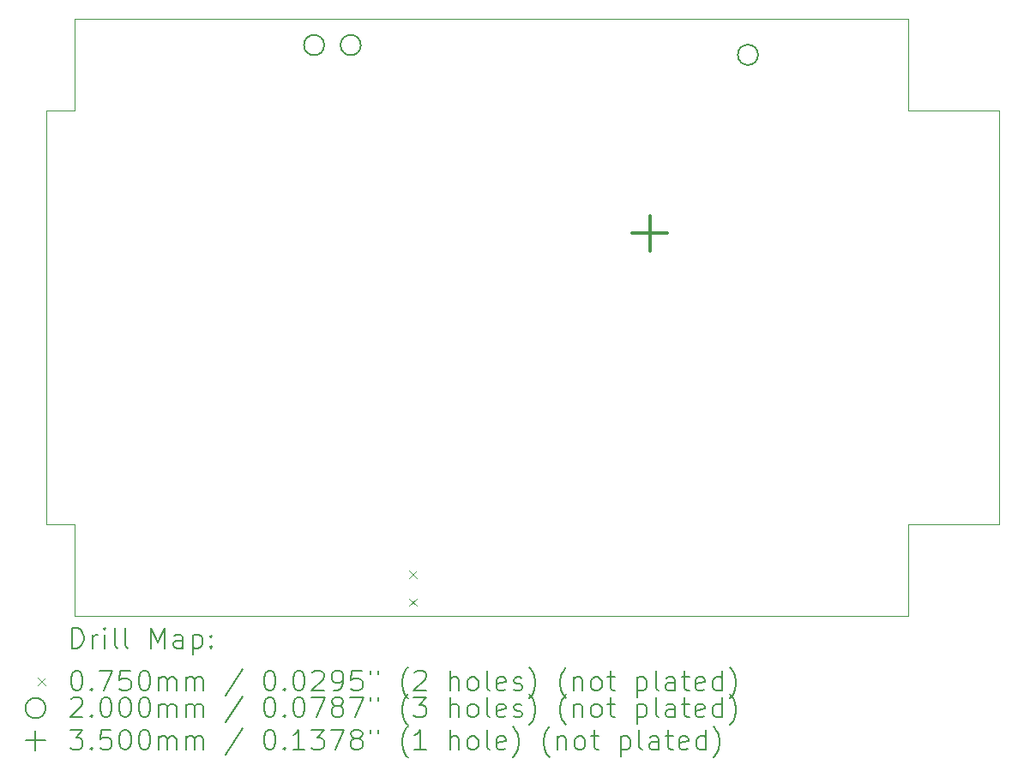
<source format=gbr>
%TF.GenerationSoftware,KiCad,Pcbnew,8.0.9*%
%TF.CreationDate,2025-09-12T08:00:10-04:00*%
%TF.ProjectId,SignalSlinger,5369676e-616c-4536-9c69-6e6765722e6b,rev?*%
%TF.SameCoordinates,Original*%
%TF.FileFunction,Drillmap*%
%TF.FilePolarity,Positive*%
%FSLAX45Y45*%
G04 Gerber Fmt 4.5, Leading zero omitted, Abs format (unit mm)*
G04 Created by KiCad (PCBNEW 8.0.9) date 2025-09-12 08:00:10*
%MOMM*%
%LPD*%
G01*
G04 APERTURE LIST*
%ADD10C,0.100000*%
%ADD11C,0.200000*%
%ADD12C,0.350000*%
G04 APERTURE END LIST*
D10*
X4883240Y-5988500D02*
X13107760Y-5988500D01*
X4600000Y-10989760D02*
X4883240Y-10989760D01*
X4600000Y-6892740D02*
X4883240Y-6892740D01*
X13107760Y-11894000D02*
X4883240Y-11894000D01*
X13107760Y-10989760D02*
X14012000Y-10989760D01*
X13107760Y-11894000D02*
X13107760Y-10989760D01*
X4883240Y-10989760D02*
X4883240Y-11894000D01*
X14012000Y-6892740D02*
X14012000Y-10989760D01*
X4600000Y-6892740D02*
X4600000Y-10989760D01*
X13107760Y-6892740D02*
X14012000Y-6892740D01*
X4883240Y-6892740D02*
X4883240Y-5988500D01*
X13107760Y-5988500D02*
X13107760Y-6892740D01*
D11*
D10*
X8181500Y-11444000D02*
X8256500Y-11519000D01*
X8256500Y-11444000D02*
X8181500Y-11519000D01*
X8181500Y-11719000D02*
X8256500Y-11794000D01*
X8256500Y-11719000D02*
X8181500Y-11794000D01*
D11*
X7345000Y-6250000D02*
G75*
G02*
X7145000Y-6250000I-100000J0D01*
G01*
X7145000Y-6250000D02*
G75*
G02*
X7345000Y-6250000I100000J0D01*
G01*
X7706000Y-6250000D02*
G75*
G02*
X7506000Y-6250000I-100000J0D01*
G01*
X7506000Y-6250000D02*
G75*
G02*
X7706000Y-6250000I100000J0D01*
G01*
X11628000Y-6346000D02*
G75*
G02*
X11428000Y-6346000I-100000J0D01*
G01*
X11428000Y-6346000D02*
G75*
G02*
X11628000Y-6346000I100000J0D01*
G01*
D12*
X10558000Y-7935000D02*
X10558000Y-8285000D01*
X10383000Y-8110000D02*
X10733000Y-8110000D01*
D11*
X4855777Y-12210484D02*
X4855777Y-12010484D01*
X4855777Y-12010484D02*
X4903396Y-12010484D01*
X4903396Y-12010484D02*
X4931967Y-12020008D01*
X4931967Y-12020008D02*
X4951015Y-12039055D01*
X4951015Y-12039055D02*
X4960539Y-12058103D01*
X4960539Y-12058103D02*
X4970063Y-12096198D01*
X4970063Y-12096198D02*
X4970063Y-12124769D01*
X4970063Y-12124769D02*
X4960539Y-12162865D01*
X4960539Y-12162865D02*
X4951015Y-12181912D01*
X4951015Y-12181912D02*
X4931967Y-12200960D01*
X4931967Y-12200960D02*
X4903396Y-12210484D01*
X4903396Y-12210484D02*
X4855777Y-12210484D01*
X5055777Y-12210484D02*
X5055777Y-12077150D01*
X5055777Y-12115246D02*
X5065301Y-12096198D01*
X5065301Y-12096198D02*
X5074824Y-12086674D01*
X5074824Y-12086674D02*
X5093872Y-12077150D01*
X5093872Y-12077150D02*
X5112920Y-12077150D01*
X5179586Y-12210484D02*
X5179586Y-12077150D01*
X5179586Y-12010484D02*
X5170063Y-12020008D01*
X5170063Y-12020008D02*
X5179586Y-12029531D01*
X5179586Y-12029531D02*
X5189110Y-12020008D01*
X5189110Y-12020008D02*
X5179586Y-12010484D01*
X5179586Y-12010484D02*
X5179586Y-12029531D01*
X5303396Y-12210484D02*
X5284348Y-12200960D01*
X5284348Y-12200960D02*
X5274824Y-12181912D01*
X5274824Y-12181912D02*
X5274824Y-12010484D01*
X5408158Y-12210484D02*
X5389110Y-12200960D01*
X5389110Y-12200960D02*
X5379586Y-12181912D01*
X5379586Y-12181912D02*
X5379586Y-12010484D01*
X5636729Y-12210484D02*
X5636729Y-12010484D01*
X5636729Y-12010484D02*
X5703396Y-12153341D01*
X5703396Y-12153341D02*
X5770062Y-12010484D01*
X5770062Y-12010484D02*
X5770062Y-12210484D01*
X5951015Y-12210484D02*
X5951015Y-12105722D01*
X5951015Y-12105722D02*
X5941491Y-12086674D01*
X5941491Y-12086674D02*
X5922443Y-12077150D01*
X5922443Y-12077150D02*
X5884348Y-12077150D01*
X5884348Y-12077150D02*
X5865301Y-12086674D01*
X5951015Y-12200960D02*
X5931967Y-12210484D01*
X5931967Y-12210484D02*
X5884348Y-12210484D01*
X5884348Y-12210484D02*
X5865301Y-12200960D01*
X5865301Y-12200960D02*
X5855777Y-12181912D01*
X5855777Y-12181912D02*
X5855777Y-12162865D01*
X5855777Y-12162865D02*
X5865301Y-12143817D01*
X5865301Y-12143817D02*
X5884348Y-12134293D01*
X5884348Y-12134293D02*
X5931967Y-12134293D01*
X5931967Y-12134293D02*
X5951015Y-12124769D01*
X6046253Y-12077150D02*
X6046253Y-12277150D01*
X6046253Y-12086674D02*
X6065301Y-12077150D01*
X6065301Y-12077150D02*
X6103396Y-12077150D01*
X6103396Y-12077150D02*
X6122443Y-12086674D01*
X6122443Y-12086674D02*
X6131967Y-12096198D01*
X6131967Y-12096198D02*
X6141491Y-12115246D01*
X6141491Y-12115246D02*
X6141491Y-12172388D01*
X6141491Y-12172388D02*
X6131967Y-12191436D01*
X6131967Y-12191436D02*
X6122443Y-12200960D01*
X6122443Y-12200960D02*
X6103396Y-12210484D01*
X6103396Y-12210484D02*
X6065301Y-12210484D01*
X6065301Y-12210484D02*
X6046253Y-12200960D01*
X6227205Y-12191436D02*
X6236729Y-12200960D01*
X6236729Y-12200960D02*
X6227205Y-12210484D01*
X6227205Y-12210484D02*
X6217682Y-12200960D01*
X6217682Y-12200960D02*
X6227205Y-12191436D01*
X6227205Y-12191436D02*
X6227205Y-12210484D01*
X6227205Y-12086674D02*
X6236729Y-12096198D01*
X6236729Y-12096198D02*
X6227205Y-12105722D01*
X6227205Y-12105722D02*
X6217682Y-12096198D01*
X6217682Y-12096198D02*
X6227205Y-12086674D01*
X6227205Y-12086674D02*
X6227205Y-12105722D01*
D10*
X4520000Y-12501500D02*
X4595000Y-12576500D01*
X4595000Y-12501500D02*
X4520000Y-12576500D01*
D11*
X4893872Y-12430484D02*
X4912920Y-12430484D01*
X4912920Y-12430484D02*
X4931967Y-12440008D01*
X4931967Y-12440008D02*
X4941491Y-12449531D01*
X4941491Y-12449531D02*
X4951015Y-12468579D01*
X4951015Y-12468579D02*
X4960539Y-12506674D01*
X4960539Y-12506674D02*
X4960539Y-12554293D01*
X4960539Y-12554293D02*
X4951015Y-12592388D01*
X4951015Y-12592388D02*
X4941491Y-12611436D01*
X4941491Y-12611436D02*
X4931967Y-12620960D01*
X4931967Y-12620960D02*
X4912920Y-12630484D01*
X4912920Y-12630484D02*
X4893872Y-12630484D01*
X4893872Y-12630484D02*
X4874824Y-12620960D01*
X4874824Y-12620960D02*
X4865301Y-12611436D01*
X4865301Y-12611436D02*
X4855777Y-12592388D01*
X4855777Y-12592388D02*
X4846253Y-12554293D01*
X4846253Y-12554293D02*
X4846253Y-12506674D01*
X4846253Y-12506674D02*
X4855777Y-12468579D01*
X4855777Y-12468579D02*
X4865301Y-12449531D01*
X4865301Y-12449531D02*
X4874824Y-12440008D01*
X4874824Y-12440008D02*
X4893872Y-12430484D01*
X5046253Y-12611436D02*
X5055777Y-12620960D01*
X5055777Y-12620960D02*
X5046253Y-12630484D01*
X5046253Y-12630484D02*
X5036729Y-12620960D01*
X5036729Y-12620960D02*
X5046253Y-12611436D01*
X5046253Y-12611436D02*
X5046253Y-12630484D01*
X5122444Y-12430484D02*
X5255777Y-12430484D01*
X5255777Y-12430484D02*
X5170063Y-12630484D01*
X5427205Y-12430484D02*
X5331967Y-12430484D01*
X5331967Y-12430484D02*
X5322444Y-12525722D01*
X5322444Y-12525722D02*
X5331967Y-12516198D01*
X5331967Y-12516198D02*
X5351015Y-12506674D01*
X5351015Y-12506674D02*
X5398634Y-12506674D01*
X5398634Y-12506674D02*
X5417682Y-12516198D01*
X5417682Y-12516198D02*
X5427205Y-12525722D01*
X5427205Y-12525722D02*
X5436729Y-12544769D01*
X5436729Y-12544769D02*
X5436729Y-12592388D01*
X5436729Y-12592388D02*
X5427205Y-12611436D01*
X5427205Y-12611436D02*
X5417682Y-12620960D01*
X5417682Y-12620960D02*
X5398634Y-12630484D01*
X5398634Y-12630484D02*
X5351015Y-12630484D01*
X5351015Y-12630484D02*
X5331967Y-12620960D01*
X5331967Y-12620960D02*
X5322444Y-12611436D01*
X5560539Y-12430484D02*
X5579586Y-12430484D01*
X5579586Y-12430484D02*
X5598634Y-12440008D01*
X5598634Y-12440008D02*
X5608158Y-12449531D01*
X5608158Y-12449531D02*
X5617682Y-12468579D01*
X5617682Y-12468579D02*
X5627205Y-12506674D01*
X5627205Y-12506674D02*
X5627205Y-12554293D01*
X5627205Y-12554293D02*
X5617682Y-12592388D01*
X5617682Y-12592388D02*
X5608158Y-12611436D01*
X5608158Y-12611436D02*
X5598634Y-12620960D01*
X5598634Y-12620960D02*
X5579586Y-12630484D01*
X5579586Y-12630484D02*
X5560539Y-12630484D01*
X5560539Y-12630484D02*
X5541491Y-12620960D01*
X5541491Y-12620960D02*
X5531967Y-12611436D01*
X5531967Y-12611436D02*
X5522444Y-12592388D01*
X5522444Y-12592388D02*
X5512920Y-12554293D01*
X5512920Y-12554293D02*
X5512920Y-12506674D01*
X5512920Y-12506674D02*
X5522444Y-12468579D01*
X5522444Y-12468579D02*
X5531967Y-12449531D01*
X5531967Y-12449531D02*
X5541491Y-12440008D01*
X5541491Y-12440008D02*
X5560539Y-12430484D01*
X5712920Y-12630484D02*
X5712920Y-12497150D01*
X5712920Y-12516198D02*
X5722443Y-12506674D01*
X5722443Y-12506674D02*
X5741491Y-12497150D01*
X5741491Y-12497150D02*
X5770063Y-12497150D01*
X5770063Y-12497150D02*
X5789110Y-12506674D01*
X5789110Y-12506674D02*
X5798634Y-12525722D01*
X5798634Y-12525722D02*
X5798634Y-12630484D01*
X5798634Y-12525722D02*
X5808158Y-12506674D01*
X5808158Y-12506674D02*
X5827205Y-12497150D01*
X5827205Y-12497150D02*
X5855777Y-12497150D01*
X5855777Y-12497150D02*
X5874824Y-12506674D01*
X5874824Y-12506674D02*
X5884348Y-12525722D01*
X5884348Y-12525722D02*
X5884348Y-12630484D01*
X5979586Y-12630484D02*
X5979586Y-12497150D01*
X5979586Y-12516198D02*
X5989110Y-12506674D01*
X5989110Y-12506674D02*
X6008158Y-12497150D01*
X6008158Y-12497150D02*
X6036729Y-12497150D01*
X6036729Y-12497150D02*
X6055777Y-12506674D01*
X6055777Y-12506674D02*
X6065301Y-12525722D01*
X6065301Y-12525722D02*
X6065301Y-12630484D01*
X6065301Y-12525722D02*
X6074824Y-12506674D01*
X6074824Y-12506674D02*
X6093872Y-12497150D01*
X6093872Y-12497150D02*
X6122443Y-12497150D01*
X6122443Y-12497150D02*
X6141491Y-12506674D01*
X6141491Y-12506674D02*
X6151015Y-12525722D01*
X6151015Y-12525722D02*
X6151015Y-12630484D01*
X6541491Y-12420960D02*
X6370063Y-12678103D01*
X6798634Y-12430484D02*
X6817682Y-12430484D01*
X6817682Y-12430484D02*
X6836729Y-12440008D01*
X6836729Y-12440008D02*
X6846253Y-12449531D01*
X6846253Y-12449531D02*
X6855777Y-12468579D01*
X6855777Y-12468579D02*
X6865301Y-12506674D01*
X6865301Y-12506674D02*
X6865301Y-12554293D01*
X6865301Y-12554293D02*
X6855777Y-12592388D01*
X6855777Y-12592388D02*
X6846253Y-12611436D01*
X6846253Y-12611436D02*
X6836729Y-12620960D01*
X6836729Y-12620960D02*
X6817682Y-12630484D01*
X6817682Y-12630484D02*
X6798634Y-12630484D01*
X6798634Y-12630484D02*
X6779586Y-12620960D01*
X6779586Y-12620960D02*
X6770063Y-12611436D01*
X6770063Y-12611436D02*
X6760539Y-12592388D01*
X6760539Y-12592388D02*
X6751015Y-12554293D01*
X6751015Y-12554293D02*
X6751015Y-12506674D01*
X6751015Y-12506674D02*
X6760539Y-12468579D01*
X6760539Y-12468579D02*
X6770063Y-12449531D01*
X6770063Y-12449531D02*
X6779586Y-12440008D01*
X6779586Y-12440008D02*
X6798634Y-12430484D01*
X6951015Y-12611436D02*
X6960539Y-12620960D01*
X6960539Y-12620960D02*
X6951015Y-12630484D01*
X6951015Y-12630484D02*
X6941491Y-12620960D01*
X6941491Y-12620960D02*
X6951015Y-12611436D01*
X6951015Y-12611436D02*
X6951015Y-12630484D01*
X7084348Y-12430484D02*
X7103396Y-12430484D01*
X7103396Y-12430484D02*
X7122444Y-12440008D01*
X7122444Y-12440008D02*
X7131967Y-12449531D01*
X7131967Y-12449531D02*
X7141491Y-12468579D01*
X7141491Y-12468579D02*
X7151015Y-12506674D01*
X7151015Y-12506674D02*
X7151015Y-12554293D01*
X7151015Y-12554293D02*
X7141491Y-12592388D01*
X7141491Y-12592388D02*
X7131967Y-12611436D01*
X7131967Y-12611436D02*
X7122444Y-12620960D01*
X7122444Y-12620960D02*
X7103396Y-12630484D01*
X7103396Y-12630484D02*
X7084348Y-12630484D01*
X7084348Y-12630484D02*
X7065301Y-12620960D01*
X7065301Y-12620960D02*
X7055777Y-12611436D01*
X7055777Y-12611436D02*
X7046253Y-12592388D01*
X7046253Y-12592388D02*
X7036729Y-12554293D01*
X7036729Y-12554293D02*
X7036729Y-12506674D01*
X7036729Y-12506674D02*
X7046253Y-12468579D01*
X7046253Y-12468579D02*
X7055777Y-12449531D01*
X7055777Y-12449531D02*
X7065301Y-12440008D01*
X7065301Y-12440008D02*
X7084348Y-12430484D01*
X7227206Y-12449531D02*
X7236729Y-12440008D01*
X7236729Y-12440008D02*
X7255777Y-12430484D01*
X7255777Y-12430484D02*
X7303396Y-12430484D01*
X7303396Y-12430484D02*
X7322444Y-12440008D01*
X7322444Y-12440008D02*
X7331967Y-12449531D01*
X7331967Y-12449531D02*
X7341491Y-12468579D01*
X7341491Y-12468579D02*
X7341491Y-12487627D01*
X7341491Y-12487627D02*
X7331967Y-12516198D01*
X7331967Y-12516198D02*
X7217682Y-12630484D01*
X7217682Y-12630484D02*
X7341491Y-12630484D01*
X7436729Y-12630484D02*
X7474825Y-12630484D01*
X7474825Y-12630484D02*
X7493872Y-12620960D01*
X7493872Y-12620960D02*
X7503396Y-12611436D01*
X7503396Y-12611436D02*
X7522444Y-12582865D01*
X7522444Y-12582865D02*
X7531967Y-12544769D01*
X7531967Y-12544769D02*
X7531967Y-12468579D01*
X7531967Y-12468579D02*
X7522444Y-12449531D01*
X7522444Y-12449531D02*
X7512920Y-12440008D01*
X7512920Y-12440008D02*
X7493872Y-12430484D01*
X7493872Y-12430484D02*
X7455777Y-12430484D01*
X7455777Y-12430484D02*
X7436729Y-12440008D01*
X7436729Y-12440008D02*
X7427206Y-12449531D01*
X7427206Y-12449531D02*
X7417682Y-12468579D01*
X7417682Y-12468579D02*
X7417682Y-12516198D01*
X7417682Y-12516198D02*
X7427206Y-12535246D01*
X7427206Y-12535246D02*
X7436729Y-12544769D01*
X7436729Y-12544769D02*
X7455777Y-12554293D01*
X7455777Y-12554293D02*
X7493872Y-12554293D01*
X7493872Y-12554293D02*
X7512920Y-12544769D01*
X7512920Y-12544769D02*
X7522444Y-12535246D01*
X7522444Y-12535246D02*
X7531967Y-12516198D01*
X7712920Y-12430484D02*
X7617682Y-12430484D01*
X7617682Y-12430484D02*
X7608158Y-12525722D01*
X7608158Y-12525722D02*
X7617682Y-12516198D01*
X7617682Y-12516198D02*
X7636729Y-12506674D01*
X7636729Y-12506674D02*
X7684348Y-12506674D01*
X7684348Y-12506674D02*
X7703396Y-12516198D01*
X7703396Y-12516198D02*
X7712920Y-12525722D01*
X7712920Y-12525722D02*
X7722444Y-12544769D01*
X7722444Y-12544769D02*
X7722444Y-12592388D01*
X7722444Y-12592388D02*
X7712920Y-12611436D01*
X7712920Y-12611436D02*
X7703396Y-12620960D01*
X7703396Y-12620960D02*
X7684348Y-12630484D01*
X7684348Y-12630484D02*
X7636729Y-12630484D01*
X7636729Y-12630484D02*
X7617682Y-12620960D01*
X7617682Y-12620960D02*
X7608158Y-12611436D01*
X7798634Y-12430484D02*
X7798634Y-12468579D01*
X7874825Y-12430484D02*
X7874825Y-12468579D01*
X8170063Y-12706674D02*
X8160539Y-12697150D01*
X8160539Y-12697150D02*
X8141491Y-12668579D01*
X8141491Y-12668579D02*
X8131968Y-12649531D01*
X8131968Y-12649531D02*
X8122444Y-12620960D01*
X8122444Y-12620960D02*
X8112920Y-12573341D01*
X8112920Y-12573341D02*
X8112920Y-12535246D01*
X8112920Y-12535246D02*
X8122444Y-12487627D01*
X8122444Y-12487627D02*
X8131968Y-12459055D01*
X8131968Y-12459055D02*
X8141491Y-12440008D01*
X8141491Y-12440008D02*
X8160539Y-12411436D01*
X8160539Y-12411436D02*
X8170063Y-12401912D01*
X8236729Y-12449531D02*
X8246253Y-12440008D01*
X8246253Y-12440008D02*
X8265301Y-12430484D01*
X8265301Y-12430484D02*
X8312920Y-12430484D01*
X8312920Y-12430484D02*
X8331968Y-12440008D01*
X8331968Y-12440008D02*
X8341491Y-12449531D01*
X8341491Y-12449531D02*
X8351015Y-12468579D01*
X8351015Y-12468579D02*
X8351015Y-12487627D01*
X8351015Y-12487627D02*
X8341491Y-12516198D01*
X8341491Y-12516198D02*
X8227206Y-12630484D01*
X8227206Y-12630484D02*
X8351015Y-12630484D01*
X8589111Y-12630484D02*
X8589111Y-12430484D01*
X8674825Y-12630484D02*
X8674825Y-12525722D01*
X8674825Y-12525722D02*
X8665301Y-12506674D01*
X8665301Y-12506674D02*
X8646253Y-12497150D01*
X8646253Y-12497150D02*
X8617682Y-12497150D01*
X8617682Y-12497150D02*
X8598634Y-12506674D01*
X8598634Y-12506674D02*
X8589111Y-12516198D01*
X8798634Y-12630484D02*
X8779587Y-12620960D01*
X8779587Y-12620960D02*
X8770063Y-12611436D01*
X8770063Y-12611436D02*
X8760539Y-12592388D01*
X8760539Y-12592388D02*
X8760539Y-12535246D01*
X8760539Y-12535246D02*
X8770063Y-12516198D01*
X8770063Y-12516198D02*
X8779587Y-12506674D01*
X8779587Y-12506674D02*
X8798634Y-12497150D01*
X8798634Y-12497150D02*
X8827206Y-12497150D01*
X8827206Y-12497150D02*
X8846253Y-12506674D01*
X8846253Y-12506674D02*
X8855777Y-12516198D01*
X8855777Y-12516198D02*
X8865301Y-12535246D01*
X8865301Y-12535246D02*
X8865301Y-12592388D01*
X8865301Y-12592388D02*
X8855777Y-12611436D01*
X8855777Y-12611436D02*
X8846253Y-12620960D01*
X8846253Y-12620960D02*
X8827206Y-12630484D01*
X8827206Y-12630484D02*
X8798634Y-12630484D01*
X8979587Y-12630484D02*
X8960539Y-12620960D01*
X8960539Y-12620960D02*
X8951015Y-12601912D01*
X8951015Y-12601912D02*
X8951015Y-12430484D01*
X9131968Y-12620960D02*
X9112920Y-12630484D01*
X9112920Y-12630484D02*
X9074825Y-12630484D01*
X9074825Y-12630484D02*
X9055777Y-12620960D01*
X9055777Y-12620960D02*
X9046253Y-12601912D01*
X9046253Y-12601912D02*
X9046253Y-12525722D01*
X9046253Y-12525722D02*
X9055777Y-12506674D01*
X9055777Y-12506674D02*
X9074825Y-12497150D01*
X9074825Y-12497150D02*
X9112920Y-12497150D01*
X9112920Y-12497150D02*
X9131968Y-12506674D01*
X9131968Y-12506674D02*
X9141492Y-12525722D01*
X9141492Y-12525722D02*
X9141492Y-12544769D01*
X9141492Y-12544769D02*
X9046253Y-12563817D01*
X9217682Y-12620960D02*
X9236730Y-12630484D01*
X9236730Y-12630484D02*
X9274825Y-12630484D01*
X9274825Y-12630484D02*
X9293873Y-12620960D01*
X9293873Y-12620960D02*
X9303396Y-12601912D01*
X9303396Y-12601912D02*
X9303396Y-12592388D01*
X9303396Y-12592388D02*
X9293873Y-12573341D01*
X9293873Y-12573341D02*
X9274825Y-12563817D01*
X9274825Y-12563817D02*
X9246253Y-12563817D01*
X9246253Y-12563817D02*
X9227206Y-12554293D01*
X9227206Y-12554293D02*
X9217682Y-12535246D01*
X9217682Y-12535246D02*
X9217682Y-12525722D01*
X9217682Y-12525722D02*
X9227206Y-12506674D01*
X9227206Y-12506674D02*
X9246253Y-12497150D01*
X9246253Y-12497150D02*
X9274825Y-12497150D01*
X9274825Y-12497150D02*
X9293873Y-12506674D01*
X9370063Y-12706674D02*
X9379587Y-12697150D01*
X9379587Y-12697150D02*
X9398634Y-12668579D01*
X9398634Y-12668579D02*
X9408158Y-12649531D01*
X9408158Y-12649531D02*
X9417682Y-12620960D01*
X9417682Y-12620960D02*
X9427206Y-12573341D01*
X9427206Y-12573341D02*
X9427206Y-12535246D01*
X9427206Y-12535246D02*
X9417682Y-12487627D01*
X9417682Y-12487627D02*
X9408158Y-12459055D01*
X9408158Y-12459055D02*
X9398634Y-12440008D01*
X9398634Y-12440008D02*
X9379587Y-12411436D01*
X9379587Y-12411436D02*
X9370063Y-12401912D01*
X9731968Y-12706674D02*
X9722444Y-12697150D01*
X9722444Y-12697150D02*
X9703396Y-12668579D01*
X9703396Y-12668579D02*
X9693873Y-12649531D01*
X9693873Y-12649531D02*
X9684349Y-12620960D01*
X9684349Y-12620960D02*
X9674825Y-12573341D01*
X9674825Y-12573341D02*
X9674825Y-12535246D01*
X9674825Y-12535246D02*
X9684349Y-12487627D01*
X9684349Y-12487627D02*
X9693873Y-12459055D01*
X9693873Y-12459055D02*
X9703396Y-12440008D01*
X9703396Y-12440008D02*
X9722444Y-12411436D01*
X9722444Y-12411436D02*
X9731968Y-12401912D01*
X9808158Y-12497150D02*
X9808158Y-12630484D01*
X9808158Y-12516198D02*
X9817682Y-12506674D01*
X9817682Y-12506674D02*
X9836730Y-12497150D01*
X9836730Y-12497150D02*
X9865301Y-12497150D01*
X9865301Y-12497150D02*
X9884349Y-12506674D01*
X9884349Y-12506674D02*
X9893873Y-12525722D01*
X9893873Y-12525722D02*
X9893873Y-12630484D01*
X10017682Y-12630484D02*
X9998634Y-12620960D01*
X9998634Y-12620960D02*
X9989111Y-12611436D01*
X9989111Y-12611436D02*
X9979587Y-12592388D01*
X9979587Y-12592388D02*
X9979587Y-12535246D01*
X9979587Y-12535246D02*
X9989111Y-12516198D01*
X9989111Y-12516198D02*
X9998634Y-12506674D01*
X9998634Y-12506674D02*
X10017682Y-12497150D01*
X10017682Y-12497150D02*
X10046254Y-12497150D01*
X10046254Y-12497150D02*
X10065301Y-12506674D01*
X10065301Y-12506674D02*
X10074825Y-12516198D01*
X10074825Y-12516198D02*
X10084349Y-12535246D01*
X10084349Y-12535246D02*
X10084349Y-12592388D01*
X10084349Y-12592388D02*
X10074825Y-12611436D01*
X10074825Y-12611436D02*
X10065301Y-12620960D01*
X10065301Y-12620960D02*
X10046254Y-12630484D01*
X10046254Y-12630484D02*
X10017682Y-12630484D01*
X10141492Y-12497150D02*
X10217682Y-12497150D01*
X10170063Y-12430484D02*
X10170063Y-12601912D01*
X10170063Y-12601912D02*
X10179587Y-12620960D01*
X10179587Y-12620960D02*
X10198634Y-12630484D01*
X10198634Y-12630484D02*
X10217682Y-12630484D01*
X10436730Y-12497150D02*
X10436730Y-12697150D01*
X10436730Y-12506674D02*
X10455777Y-12497150D01*
X10455777Y-12497150D02*
X10493873Y-12497150D01*
X10493873Y-12497150D02*
X10512920Y-12506674D01*
X10512920Y-12506674D02*
X10522444Y-12516198D01*
X10522444Y-12516198D02*
X10531968Y-12535246D01*
X10531968Y-12535246D02*
X10531968Y-12592388D01*
X10531968Y-12592388D02*
X10522444Y-12611436D01*
X10522444Y-12611436D02*
X10512920Y-12620960D01*
X10512920Y-12620960D02*
X10493873Y-12630484D01*
X10493873Y-12630484D02*
X10455777Y-12630484D01*
X10455777Y-12630484D02*
X10436730Y-12620960D01*
X10646254Y-12630484D02*
X10627206Y-12620960D01*
X10627206Y-12620960D02*
X10617682Y-12601912D01*
X10617682Y-12601912D02*
X10617682Y-12430484D01*
X10808158Y-12630484D02*
X10808158Y-12525722D01*
X10808158Y-12525722D02*
X10798635Y-12506674D01*
X10798635Y-12506674D02*
X10779587Y-12497150D01*
X10779587Y-12497150D02*
X10741492Y-12497150D01*
X10741492Y-12497150D02*
X10722444Y-12506674D01*
X10808158Y-12620960D02*
X10789111Y-12630484D01*
X10789111Y-12630484D02*
X10741492Y-12630484D01*
X10741492Y-12630484D02*
X10722444Y-12620960D01*
X10722444Y-12620960D02*
X10712920Y-12601912D01*
X10712920Y-12601912D02*
X10712920Y-12582865D01*
X10712920Y-12582865D02*
X10722444Y-12563817D01*
X10722444Y-12563817D02*
X10741492Y-12554293D01*
X10741492Y-12554293D02*
X10789111Y-12554293D01*
X10789111Y-12554293D02*
X10808158Y-12544769D01*
X10874825Y-12497150D02*
X10951015Y-12497150D01*
X10903396Y-12430484D02*
X10903396Y-12601912D01*
X10903396Y-12601912D02*
X10912920Y-12620960D01*
X10912920Y-12620960D02*
X10931968Y-12630484D01*
X10931968Y-12630484D02*
X10951015Y-12630484D01*
X11093873Y-12620960D02*
X11074825Y-12630484D01*
X11074825Y-12630484D02*
X11036730Y-12630484D01*
X11036730Y-12630484D02*
X11017682Y-12620960D01*
X11017682Y-12620960D02*
X11008158Y-12601912D01*
X11008158Y-12601912D02*
X11008158Y-12525722D01*
X11008158Y-12525722D02*
X11017682Y-12506674D01*
X11017682Y-12506674D02*
X11036730Y-12497150D01*
X11036730Y-12497150D02*
X11074825Y-12497150D01*
X11074825Y-12497150D02*
X11093873Y-12506674D01*
X11093873Y-12506674D02*
X11103396Y-12525722D01*
X11103396Y-12525722D02*
X11103396Y-12544769D01*
X11103396Y-12544769D02*
X11008158Y-12563817D01*
X11274825Y-12630484D02*
X11274825Y-12430484D01*
X11274825Y-12620960D02*
X11255777Y-12630484D01*
X11255777Y-12630484D02*
X11217682Y-12630484D01*
X11217682Y-12630484D02*
X11198634Y-12620960D01*
X11198634Y-12620960D02*
X11189111Y-12611436D01*
X11189111Y-12611436D02*
X11179587Y-12592388D01*
X11179587Y-12592388D02*
X11179587Y-12535246D01*
X11179587Y-12535246D02*
X11189111Y-12516198D01*
X11189111Y-12516198D02*
X11198634Y-12506674D01*
X11198634Y-12506674D02*
X11217682Y-12497150D01*
X11217682Y-12497150D02*
X11255777Y-12497150D01*
X11255777Y-12497150D02*
X11274825Y-12506674D01*
X11351015Y-12706674D02*
X11360539Y-12697150D01*
X11360539Y-12697150D02*
X11379587Y-12668579D01*
X11379587Y-12668579D02*
X11389111Y-12649531D01*
X11389111Y-12649531D02*
X11398634Y-12620960D01*
X11398634Y-12620960D02*
X11408158Y-12573341D01*
X11408158Y-12573341D02*
X11408158Y-12535246D01*
X11408158Y-12535246D02*
X11398634Y-12487627D01*
X11398634Y-12487627D02*
X11389111Y-12459055D01*
X11389111Y-12459055D02*
X11379587Y-12440008D01*
X11379587Y-12440008D02*
X11360539Y-12411436D01*
X11360539Y-12411436D02*
X11351015Y-12401912D01*
X4595000Y-12803000D02*
G75*
G02*
X4395000Y-12803000I-100000J0D01*
G01*
X4395000Y-12803000D02*
G75*
G02*
X4595000Y-12803000I100000J0D01*
G01*
X4846253Y-12713531D02*
X4855777Y-12704008D01*
X4855777Y-12704008D02*
X4874824Y-12694484D01*
X4874824Y-12694484D02*
X4922444Y-12694484D01*
X4922444Y-12694484D02*
X4941491Y-12704008D01*
X4941491Y-12704008D02*
X4951015Y-12713531D01*
X4951015Y-12713531D02*
X4960539Y-12732579D01*
X4960539Y-12732579D02*
X4960539Y-12751627D01*
X4960539Y-12751627D02*
X4951015Y-12780198D01*
X4951015Y-12780198D02*
X4836729Y-12894484D01*
X4836729Y-12894484D02*
X4960539Y-12894484D01*
X5046253Y-12875436D02*
X5055777Y-12884960D01*
X5055777Y-12884960D02*
X5046253Y-12894484D01*
X5046253Y-12894484D02*
X5036729Y-12884960D01*
X5036729Y-12884960D02*
X5046253Y-12875436D01*
X5046253Y-12875436D02*
X5046253Y-12894484D01*
X5179586Y-12694484D02*
X5198634Y-12694484D01*
X5198634Y-12694484D02*
X5217682Y-12704008D01*
X5217682Y-12704008D02*
X5227205Y-12713531D01*
X5227205Y-12713531D02*
X5236729Y-12732579D01*
X5236729Y-12732579D02*
X5246253Y-12770674D01*
X5246253Y-12770674D02*
X5246253Y-12818293D01*
X5246253Y-12818293D02*
X5236729Y-12856388D01*
X5236729Y-12856388D02*
X5227205Y-12875436D01*
X5227205Y-12875436D02*
X5217682Y-12884960D01*
X5217682Y-12884960D02*
X5198634Y-12894484D01*
X5198634Y-12894484D02*
X5179586Y-12894484D01*
X5179586Y-12894484D02*
X5160539Y-12884960D01*
X5160539Y-12884960D02*
X5151015Y-12875436D01*
X5151015Y-12875436D02*
X5141491Y-12856388D01*
X5141491Y-12856388D02*
X5131967Y-12818293D01*
X5131967Y-12818293D02*
X5131967Y-12770674D01*
X5131967Y-12770674D02*
X5141491Y-12732579D01*
X5141491Y-12732579D02*
X5151015Y-12713531D01*
X5151015Y-12713531D02*
X5160539Y-12704008D01*
X5160539Y-12704008D02*
X5179586Y-12694484D01*
X5370063Y-12694484D02*
X5389110Y-12694484D01*
X5389110Y-12694484D02*
X5408158Y-12704008D01*
X5408158Y-12704008D02*
X5417682Y-12713531D01*
X5417682Y-12713531D02*
X5427205Y-12732579D01*
X5427205Y-12732579D02*
X5436729Y-12770674D01*
X5436729Y-12770674D02*
X5436729Y-12818293D01*
X5436729Y-12818293D02*
X5427205Y-12856388D01*
X5427205Y-12856388D02*
X5417682Y-12875436D01*
X5417682Y-12875436D02*
X5408158Y-12884960D01*
X5408158Y-12884960D02*
X5389110Y-12894484D01*
X5389110Y-12894484D02*
X5370063Y-12894484D01*
X5370063Y-12894484D02*
X5351015Y-12884960D01*
X5351015Y-12884960D02*
X5341491Y-12875436D01*
X5341491Y-12875436D02*
X5331967Y-12856388D01*
X5331967Y-12856388D02*
X5322444Y-12818293D01*
X5322444Y-12818293D02*
X5322444Y-12770674D01*
X5322444Y-12770674D02*
X5331967Y-12732579D01*
X5331967Y-12732579D02*
X5341491Y-12713531D01*
X5341491Y-12713531D02*
X5351015Y-12704008D01*
X5351015Y-12704008D02*
X5370063Y-12694484D01*
X5560539Y-12694484D02*
X5579586Y-12694484D01*
X5579586Y-12694484D02*
X5598634Y-12704008D01*
X5598634Y-12704008D02*
X5608158Y-12713531D01*
X5608158Y-12713531D02*
X5617682Y-12732579D01*
X5617682Y-12732579D02*
X5627205Y-12770674D01*
X5627205Y-12770674D02*
X5627205Y-12818293D01*
X5627205Y-12818293D02*
X5617682Y-12856388D01*
X5617682Y-12856388D02*
X5608158Y-12875436D01*
X5608158Y-12875436D02*
X5598634Y-12884960D01*
X5598634Y-12884960D02*
X5579586Y-12894484D01*
X5579586Y-12894484D02*
X5560539Y-12894484D01*
X5560539Y-12894484D02*
X5541491Y-12884960D01*
X5541491Y-12884960D02*
X5531967Y-12875436D01*
X5531967Y-12875436D02*
X5522444Y-12856388D01*
X5522444Y-12856388D02*
X5512920Y-12818293D01*
X5512920Y-12818293D02*
X5512920Y-12770674D01*
X5512920Y-12770674D02*
X5522444Y-12732579D01*
X5522444Y-12732579D02*
X5531967Y-12713531D01*
X5531967Y-12713531D02*
X5541491Y-12704008D01*
X5541491Y-12704008D02*
X5560539Y-12694484D01*
X5712920Y-12894484D02*
X5712920Y-12761150D01*
X5712920Y-12780198D02*
X5722443Y-12770674D01*
X5722443Y-12770674D02*
X5741491Y-12761150D01*
X5741491Y-12761150D02*
X5770063Y-12761150D01*
X5770063Y-12761150D02*
X5789110Y-12770674D01*
X5789110Y-12770674D02*
X5798634Y-12789722D01*
X5798634Y-12789722D02*
X5798634Y-12894484D01*
X5798634Y-12789722D02*
X5808158Y-12770674D01*
X5808158Y-12770674D02*
X5827205Y-12761150D01*
X5827205Y-12761150D02*
X5855777Y-12761150D01*
X5855777Y-12761150D02*
X5874824Y-12770674D01*
X5874824Y-12770674D02*
X5884348Y-12789722D01*
X5884348Y-12789722D02*
X5884348Y-12894484D01*
X5979586Y-12894484D02*
X5979586Y-12761150D01*
X5979586Y-12780198D02*
X5989110Y-12770674D01*
X5989110Y-12770674D02*
X6008158Y-12761150D01*
X6008158Y-12761150D02*
X6036729Y-12761150D01*
X6036729Y-12761150D02*
X6055777Y-12770674D01*
X6055777Y-12770674D02*
X6065301Y-12789722D01*
X6065301Y-12789722D02*
X6065301Y-12894484D01*
X6065301Y-12789722D02*
X6074824Y-12770674D01*
X6074824Y-12770674D02*
X6093872Y-12761150D01*
X6093872Y-12761150D02*
X6122443Y-12761150D01*
X6122443Y-12761150D02*
X6141491Y-12770674D01*
X6141491Y-12770674D02*
X6151015Y-12789722D01*
X6151015Y-12789722D02*
X6151015Y-12894484D01*
X6541491Y-12684960D02*
X6370063Y-12942103D01*
X6798634Y-12694484D02*
X6817682Y-12694484D01*
X6817682Y-12694484D02*
X6836729Y-12704008D01*
X6836729Y-12704008D02*
X6846253Y-12713531D01*
X6846253Y-12713531D02*
X6855777Y-12732579D01*
X6855777Y-12732579D02*
X6865301Y-12770674D01*
X6865301Y-12770674D02*
X6865301Y-12818293D01*
X6865301Y-12818293D02*
X6855777Y-12856388D01*
X6855777Y-12856388D02*
X6846253Y-12875436D01*
X6846253Y-12875436D02*
X6836729Y-12884960D01*
X6836729Y-12884960D02*
X6817682Y-12894484D01*
X6817682Y-12894484D02*
X6798634Y-12894484D01*
X6798634Y-12894484D02*
X6779586Y-12884960D01*
X6779586Y-12884960D02*
X6770063Y-12875436D01*
X6770063Y-12875436D02*
X6760539Y-12856388D01*
X6760539Y-12856388D02*
X6751015Y-12818293D01*
X6751015Y-12818293D02*
X6751015Y-12770674D01*
X6751015Y-12770674D02*
X6760539Y-12732579D01*
X6760539Y-12732579D02*
X6770063Y-12713531D01*
X6770063Y-12713531D02*
X6779586Y-12704008D01*
X6779586Y-12704008D02*
X6798634Y-12694484D01*
X6951015Y-12875436D02*
X6960539Y-12884960D01*
X6960539Y-12884960D02*
X6951015Y-12894484D01*
X6951015Y-12894484D02*
X6941491Y-12884960D01*
X6941491Y-12884960D02*
X6951015Y-12875436D01*
X6951015Y-12875436D02*
X6951015Y-12894484D01*
X7084348Y-12694484D02*
X7103396Y-12694484D01*
X7103396Y-12694484D02*
X7122444Y-12704008D01*
X7122444Y-12704008D02*
X7131967Y-12713531D01*
X7131967Y-12713531D02*
X7141491Y-12732579D01*
X7141491Y-12732579D02*
X7151015Y-12770674D01*
X7151015Y-12770674D02*
X7151015Y-12818293D01*
X7151015Y-12818293D02*
X7141491Y-12856388D01*
X7141491Y-12856388D02*
X7131967Y-12875436D01*
X7131967Y-12875436D02*
X7122444Y-12884960D01*
X7122444Y-12884960D02*
X7103396Y-12894484D01*
X7103396Y-12894484D02*
X7084348Y-12894484D01*
X7084348Y-12894484D02*
X7065301Y-12884960D01*
X7065301Y-12884960D02*
X7055777Y-12875436D01*
X7055777Y-12875436D02*
X7046253Y-12856388D01*
X7046253Y-12856388D02*
X7036729Y-12818293D01*
X7036729Y-12818293D02*
X7036729Y-12770674D01*
X7036729Y-12770674D02*
X7046253Y-12732579D01*
X7046253Y-12732579D02*
X7055777Y-12713531D01*
X7055777Y-12713531D02*
X7065301Y-12704008D01*
X7065301Y-12704008D02*
X7084348Y-12694484D01*
X7217682Y-12694484D02*
X7351015Y-12694484D01*
X7351015Y-12694484D02*
X7265301Y-12894484D01*
X7455777Y-12780198D02*
X7436729Y-12770674D01*
X7436729Y-12770674D02*
X7427206Y-12761150D01*
X7427206Y-12761150D02*
X7417682Y-12742103D01*
X7417682Y-12742103D02*
X7417682Y-12732579D01*
X7417682Y-12732579D02*
X7427206Y-12713531D01*
X7427206Y-12713531D02*
X7436729Y-12704008D01*
X7436729Y-12704008D02*
X7455777Y-12694484D01*
X7455777Y-12694484D02*
X7493872Y-12694484D01*
X7493872Y-12694484D02*
X7512920Y-12704008D01*
X7512920Y-12704008D02*
X7522444Y-12713531D01*
X7522444Y-12713531D02*
X7531967Y-12732579D01*
X7531967Y-12732579D02*
X7531967Y-12742103D01*
X7531967Y-12742103D02*
X7522444Y-12761150D01*
X7522444Y-12761150D02*
X7512920Y-12770674D01*
X7512920Y-12770674D02*
X7493872Y-12780198D01*
X7493872Y-12780198D02*
X7455777Y-12780198D01*
X7455777Y-12780198D02*
X7436729Y-12789722D01*
X7436729Y-12789722D02*
X7427206Y-12799246D01*
X7427206Y-12799246D02*
X7417682Y-12818293D01*
X7417682Y-12818293D02*
X7417682Y-12856388D01*
X7417682Y-12856388D02*
X7427206Y-12875436D01*
X7427206Y-12875436D02*
X7436729Y-12884960D01*
X7436729Y-12884960D02*
X7455777Y-12894484D01*
X7455777Y-12894484D02*
X7493872Y-12894484D01*
X7493872Y-12894484D02*
X7512920Y-12884960D01*
X7512920Y-12884960D02*
X7522444Y-12875436D01*
X7522444Y-12875436D02*
X7531967Y-12856388D01*
X7531967Y-12856388D02*
X7531967Y-12818293D01*
X7531967Y-12818293D02*
X7522444Y-12799246D01*
X7522444Y-12799246D02*
X7512920Y-12789722D01*
X7512920Y-12789722D02*
X7493872Y-12780198D01*
X7598634Y-12694484D02*
X7731967Y-12694484D01*
X7731967Y-12694484D02*
X7646253Y-12894484D01*
X7798634Y-12694484D02*
X7798634Y-12732579D01*
X7874825Y-12694484D02*
X7874825Y-12732579D01*
X8170063Y-12970674D02*
X8160539Y-12961150D01*
X8160539Y-12961150D02*
X8141491Y-12932579D01*
X8141491Y-12932579D02*
X8131968Y-12913531D01*
X8131968Y-12913531D02*
X8122444Y-12884960D01*
X8122444Y-12884960D02*
X8112920Y-12837341D01*
X8112920Y-12837341D02*
X8112920Y-12799246D01*
X8112920Y-12799246D02*
X8122444Y-12751627D01*
X8122444Y-12751627D02*
X8131968Y-12723055D01*
X8131968Y-12723055D02*
X8141491Y-12704008D01*
X8141491Y-12704008D02*
X8160539Y-12675436D01*
X8160539Y-12675436D02*
X8170063Y-12665912D01*
X8227206Y-12694484D02*
X8351015Y-12694484D01*
X8351015Y-12694484D02*
X8284348Y-12770674D01*
X8284348Y-12770674D02*
X8312920Y-12770674D01*
X8312920Y-12770674D02*
X8331968Y-12780198D01*
X8331968Y-12780198D02*
X8341491Y-12789722D01*
X8341491Y-12789722D02*
X8351015Y-12808769D01*
X8351015Y-12808769D02*
X8351015Y-12856388D01*
X8351015Y-12856388D02*
X8341491Y-12875436D01*
X8341491Y-12875436D02*
X8331968Y-12884960D01*
X8331968Y-12884960D02*
X8312920Y-12894484D01*
X8312920Y-12894484D02*
X8255777Y-12894484D01*
X8255777Y-12894484D02*
X8236729Y-12884960D01*
X8236729Y-12884960D02*
X8227206Y-12875436D01*
X8589111Y-12894484D02*
X8589111Y-12694484D01*
X8674825Y-12894484D02*
X8674825Y-12789722D01*
X8674825Y-12789722D02*
X8665301Y-12770674D01*
X8665301Y-12770674D02*
X8646253Y-12761150D01*
X8646253Y-12761150D02*
X8617682Y-12761150D01*
X8617682Y-12761150D02*
X8598634Y-12770674D01*
X8598634Y-12770674D02*
X8589111Y-12780198D01*
X8798634Y-12894484D02*
X8779587Y-12884960D01*
X8779587Y-12884960D02*
X8770063Y-12875436D01*
X8770063Y-12875436D02*
X8760539Y-12856388D01*
X8760539Y-12856388D02*
X8760539Y-12799246D01*
X8760539Y-12799246D02*
X8770063Y-12780198D01*
X8770063Y-12780198D02*
X8779587Y-12770674D01*
X8779587Y-12770674D02*
X8798634Y-12761150D01*
X8798634Y-12761150D02*
X8827206Y-12761150D01*
X8827206Y-12761150D02*
X8846253Y-12770674D01*
X8846253Y-12770674D02*
X8855777Y-12780198D01*
X8855777Y-12780198D02*
X8865301Y-12799246D01*
X8865301Y-12799246D02*
X8865301Y-12856388D01*
X8865301Y-12856388D02*
X8855777Y-12875436D01*
X8855777Y-12875436D02*
X8846253Y-12884960D01*
X8846253Y-12884960D02*
X8827206Y-12894484D01*
X8827206Y-12894484D02*
X8798634Y-12894484D01*
X8979587Y-12894484D02*
X8960539Y-12884960D01*
X8960539Y-12884960D02*
X8951015Y-12865912D01*
X8951015Y-12865912D02*
X8951015Y-12694484D01*
X9131968Y-12884960D02*
X9112920Y-12894484D01*
X9112920Y-12894484D02*
X9074825Y-12894484D01*
X9074825Y-12894484D02*
X9055777Y-12884960D01*
X9055777Y-12884960D02*
X9046253Y-12865912D01*
X9046253Y-12865912D02*
X9046253Y-12789722D01*
X9046253Y-12789722D02*
X9055777Y-12770674D01*
X9055777Y-12770674D02*
X9074825Y-12761150D01*
X9074825Y-12761150D02*
X9112920Y-12761150D01*
X9112920Y-12761150D02*
X9131968Y-12770674D01*
X9131968Y-12770674D02*
X9141492Y-12789722D01*
X9141492Y-12789722D02*
X9141492Y-12808769D01*
X9141492Y-12808769D02*
X9046253Y-12827817D01*
X9217682Y-12884960D02*
X9236730Y-12894484D01*
X9236730Y-12894484D02*
X9274825Y-12894484D01*
X9274825Y-12894484D02*
X9293873Y-12884960D01*
X9293873Y-12884960D02*
X9303396Y-12865912D01*
X9303396Y-12865912D02*
X9303396Y-12856388D01*
X9303396Y-12856388D02*
X9293873Y-12837341D01*
X9293873Y-12837341D02*
X9274825Y-12827817D01*
X9274825Y-12827817D02*
X9246253Y-12827817D01*
X9246253Y-12827817D02*
X9227206Y-12818293D01*
X9227206Y-12818293D02*
X9217682Y-12799246D01*
X9217682Y-12799246D02*
X9217682Y-12789722D01*
X9217682Y-12789722D02*
X9227206Y-12770674D01*
X9227206Y-12770674D02*
X9246253Y-12761150D01*
X9246253Y-12761150D02*
X9274825Y-12761150D01*
X9274825Y-12761150D02*
X9293873Y-12770674D01*
X9370063Y-12970674D02*
X9379587Y-12961150D01*
X9379587Y-12961150D02*
X9398634Y-12932579D01*
X9398634Y-12932579D02*
X9408158Y-12913531D01*
X9408158Y-12913531D02*
X9417682Y-12884960D01*
X9417682Y-12884960D02*
X9427206Y-12837341D01*
X9427206Y-12837341D02*
X9427206Y-12799246D01*
X9427206Y-12799246D02*
X9417682Y-12751627D01*
X9417682Y-12751627D02*
X9408158Y-12723055D01*
X9408158Y-12723055D02*
X9398634Y-12704008D01*
X9398634Y-12704008D02*
X9379587Y-12675436D01*
X9379587Y-12675436D02*
X9370063Y-12665912D01*
X9731968Y-12970674D02*
X9722444Y-12961150D01*
X9722444Y-12961150D02*
X9703396Y-12932579D01*
X9703396Y-12932579D02*
X9693873Y-12913531D01*
X9693873Y-12913531D02*
X9684349Y-12884960D01*
X9684349Y-12884960D02*
X9674825Y-12837341D01*
X9674825Y-12837341D02*
X9674825Y-12799246D01*
X9674825Y-12799246D02*
X9684349Y-12751627D01*
X9684349Y-12751627D02*
X9693873Y-12723055D01*
X9693873Y-12723055D02*
X9703396Y-12704008D01*
X9703396Y-12704008D02*
X9722444Y-12675436D01*
X9722444Y-12675436D02*
X9731968Y-12665912D01*
X9808158Y-12761150D02*
X9808158Y-12894484D01*
X9808158Y-12780198D02*
X9817682Y-12770674D01*
X9817682Y-12770674D02*
X9836730Y-12761150D01*
X9836730Y-12761150D02*
X9865301Y-12761150D01*
X9865301Y-12761150D02*
X9884349Y-12770674D01*
X9884349Y-12770674D02*
X9893873Y-12789722D01*
X9893873Y-12789722D02*
X9893873Y-12894484D01*
X10017682Y-12894484D02*
X9998634Y-12884960D01*
X9998634Y-12884960D02*
X9989111Y-12875436D01*
X9989111Y-12875436D02*
X9979587Y-12856388D01*
X9979587Y-12856388D02*
X9979587Y-12799246D01*
X9979587Y-12799246D02*
X9989111Y-12780198D01*
X9989111Y-12780198D02*
X9998634Y-12770674D01*
X9998634Y-12770674D02*
X10017682Y-12761150D01*
X10017682Y-12761150D02*
X10046254Y-12761150D01*
X10046254Y-12761150D02*
X10065301Y-12770674D01*
X10065301Y-12770674D02*
X10074825Y-12780198D01*
X10074825Y-12780198D02*
X10084349Y-12799246D01*
X10084349Y-12799246D02*
X10084349Y-12856388D01*
X10084349Y-12856388D02*
X10074825Y-12875436D01*
X10074825Y-12875436D02*
X10065301Y-12884960D01*
X10065301Y-12884960D02*
X10046254Y-12894484D01*
X10046254Y-12894484D02*
X10017682Y-12894484D01*
X10141492Y-12761150D02*
X10217682Y-12761150D01*
X10170063Y-12694484D02*
X10170063Y-12865912D01*
X10170063Y-12865912D02*
X10179587Y-12884960D01*
X10179587Y-12884960D02*
X10198634Y-12894484D01*
X10198634Y-12894484D02*
X10217682Y-12894484D01*
X10436730Y-12761150D02*
X10436730Y-12961150D01*
X10436730Y-12770674D02*
X10455777Y-12761150D01*
X10455777Y-12761150D02*
X10493873Y-12761150D01*
X10493873Y-12761150D02*
X10512920Y-12770674D01*
X10512920Y-12770674D02*
X10522444Y-12780198D01*
X10522444Y-12780198D02*
X10531968Y-12799246D01*
X10531968Y-12799246D02*
X10531968Y-12856388D01*
X10531968Y-12856388D02*
X10522444Y-12875436D01*
X10522444Y-12875436D02*
X10512920Y-12884960D01*
X10512920Y-12884960D02*
X10493873Y-12894484D01*
X10493873Y-12894484D02*
X10455777Y-12894484D01*
X10455777Y-12894484D02*
X10436730Y-12884960D01*
X10646254Y-12894484D02*
X10627206Y-12884960D01*
X10627206Y-12884960D02*
X10617682Y-12865912D01*
X10617682Y-12865912D02*
X10617682Y-12694484D01*
X10808158Y-12894484D02*
X10808158Y-12789722D01*
X10808158Y-12789722D02*
X10798635Y-12770674D01*
X10798635Y-12770674D02*
X10779587Y-12761150D01*
X10779587Y-12761150D02*
X10741492Y-12761150D01*
X10741492Y-12761150D02*
X10722444Y-12770674D01*
X10808158Y-12884960D02*
X10789111Y-12894484D01*
X10789111Y-12894484D02*
X10741492Y-12894484D01*
X10741492Y-12894484D02*
X10722444Y-12884960D01*
X10722444Y-12884960D02*
X10712920Y-12865912D01*
X10712920Y-12865912D02*
X10712920Y-12846865D01*
X10712920Y-12846865D02*
X10722444Y-12827817D01*
X10722444Y-12827817D02*
X10741492Y-12818293D01*
X10741492Y-12818293D02*
X10789111Y-12818293D01*
X10789111Y-12818293D02*
X10808158Y-12808769D01*
X10874825Y-12761150D02*
X10951015Y-12761150D01*
X10903396Y-12694484D02*
X10903396Y-12865912D01*
X10903396Y-12865912D02*
X10912920Y-12884960D01*
X10912920Y-12884960D02*
X10931968Y-12894484D01*
X10931968Y-12894484D02*
X10951015Y-12894484D01*
X11093873Y-12884960D02*
X11074825Y-12894484D01*
X11074825Y-12894484D02*
X11036730Y-12894484D01*
X11036730Y-12894484D02*
X11017682Y-12884960D01*
X11017682Y-12884960D02*
X11008158Y-12865912D01*
X11008158Y-12865912D02*
X11008158Y-12789722D01*
X11008158Y-12789722D02*
X11017682Y-12770674D01*
X11017682Y-12770674D02*
X11036730Y-12761150D01*
X11036730Y-12761150D02*
X11074825Y-12761150D01*
X11074825Y-12761150D02*
X11093873Y-12770674D01*
X11093873Y-12770674D02*
X11103396Y-12789722D01*
X11103396Y-12789722D02*
X11103396Y-12808769D01*
X11103396Y-12808769D02*
X11008158Y-12827817D01*
X11274825Y-12894484D02*
X11274825Y-12694484D01*
X11274825Y-12884960D02*
X11255777Y-12894484D01*
X11255777Y-12894484D02*
X11217682Y-12894484D01*
X11217682Y-12894484D02*
X11198634Y-12884960D01*
X11198634Y-12884960D02*
X11189111Y-12875436D01*
X11189111Y-12875436D02*
X11179587Y-12856388D01*
X11179587Y-12856388D02*
X11179587Y-12799246D01*
X11179587Y-12799246D02*
X11189111Y-12780198D01*
X11189111Y-12780198D02*
X11198634Y-12770674D01*
X11198634Y-12770674D02*
X11217682Y-12761150D01*
X11217682Y-12761150D02*
X11255777Y-12761150D01*
X11255777Y-12761150D02*
X11274825Y-12770674D01*
X11351015Y-12970674D02*
X11360539Y-12961150D01*
X11360539Y-12961150D02*
X11379587Y-12932579D01*
X11379587Y-12932579D02*
X11389111Y-12913531D01*
X11389111Y-12913531D02*
X11398634Y-12884960D01*
X11398634Y-12884960D02*
X11408158Y-12837341D01*
X11408158Y-12837341D02*
X11408158Y-12799246D01*
X11408158Y-12799246D02*
X11398634Y-12751627D01*
X11398634Y-12751627D02*
X11389111Y-12723055D01*
X11389111Y-12723055D02*
X11379587Y-12704008D01*
X11379587Y-12704008D02*
X11360539Y-12675436D01*
X11360539Y-12675436D02*
X11351015Y-12665912D01*
X4495000Y-13023000D02*
X4495000Y-13223000D01*
X4395000Y-13123000D02*
X4595000Y-13123000D01*
X4836729Y-13014484D02*
X4960539Y-13014484D01*
X4960539Y-13014484D02*
X4893872Y-13090674D01*
X4893872Y-13090674D02*
X4922444Y-13090674D01*
X4922444Y-13090674D02*
X4941491Y-13100198D01*
X4941491Y-13100198D02*
X4951015Y-13109722D01*
X4951015Y-13109722D02*
X4960539Y-13128769D01*
X4960539Y-13128769D02*
X4960539Y-13176388D01*
X4960539Y-13176388D02*
X4951015Y-13195436D01*
X4951015Y-13195436D02*
X4941491Y-13204960D01*
X4941491Y-13204960D02*
X4922444Y-13214484D01*
X4922444Y-13214484D02*
X4865301Y-13214484D01*
X4865301Y-13214484D02*
X4846253Y-13204960D01*
X4846253Y-13204960D02*
X4836729Y-13195436D01*
X5046253Y-13195436D02*
X5055777Y-13204960D01*
X5055777Y-13204960D02*
X5046253Y-13214484D01*
X5046253Y-13214484D02*
X5036729Y-13204960D01*
X5036729Y-13204960D02*
X5046253Y-13195436D01*
X5046253Y-13195436D02*
X5046253Y-13214484D01*
X5236729Y-13014484D02*
X5141491Y-13014484D01*
X5141491Y-13014484D02*
X5131967Y-13109722D01*
X5131967Y-13109722D02*
X5141491Y-13100198D01*
X5141491Y-13100198D02*
X5160539Y-13090674D01*
X5160539Y-13090674D02*
X5208158Y-13090674D01*
X5208158Y-13090674D02*
X5227205Y-13100198D01*
X5227205Y-13100198D02*
X5236729Y-13109722D01*
X5236729Y-13109722D02*
X5246253Y-13128769D01*
X5246253Y-13128769D02*
X5246253Y-13176388D01*
X5246253Y-13176388D02*
X5236729Y-13195436D01*
X5236729Y-13195436D02*
X5227205Y-13204960D01*
X5227205Y-13204960D02*
X5208158Y-13214484D01*
X5208158Y-13214484D02*
X5160539Y-13214484D01*
X5160539Y-13214484D02*
X5141491Y-13204960D01*
X5141491Y-13204960D02*
X5131967Y-13195436D01*
X5370063Y-13014484D02*
X5389110Y-13014484D01*
X5389110Y-13014484D02*
X5408158Y-13024008D01*
X5408158Y-13024008D02*
X5417682Y-13033531D01*
X5417682Y-13033531D02*
X5427205Y-13052579D01*
X5427205Y-13052579D02*
X5436729Y-13090674D01*
X5436729Y-13090674D02*
X5436729Y-13138293D01*
X5436729Y-13138293D02*
X5427205Y-13176388D01*
X5427205Y-13176388D02*
X5417682Y-13195436D01*
X5417682Y-13195436D02*
X5408158Y-13204960D01*
X5408158Y-13204960D02*
X5389110Y-13214484D01*
X5389110Y-13214484D02*
X5370063Y-13214484D01*
X5370063Y-13214484D02*
X5351015Y-13204960D01*
X5351015Y-13204960D02*
X5341491Y-13195436D01*
X5341491Y-13195436D02*
X5331967Y-13176388D01*
X5331967Y-13176388D02*
X5322444Y-13138293D01*
X5322444Y-13138293D02*
X5322444Y-13090674D01*
X5322444Y-13090674D02*
X5331967Y-13052579D01*
X5331967Y-13052579D02*
X5341491Y-13033531D01*
X5341491Y-13033531D02*
X5351015Y-13024008D01*
X5351015Y-13024008D02*
X5370063Y-13014484D01*
X5560539Y-13014484D02*
X5579586Y-13014484D01*
X5579586Y-13014484D02*
X5598634Y-13024008D01*
X5598634Y-13024008D02*
X5608158Y-13033531D01*
X5608158Y-13033531D02*
X5617682Y-13052579D01*
X5617682Y-13052579D02*
X5627205Y-13090674D01*
X5627205Y-13090674D02*
X5627205Y-13138293D01*
X5627205Y-13138293D02*
X5617682Y-13176388D01*
X5617682Y-13176388D02*
X5608158Y-13195436D01*
X5608158Y-13195436D02*
X5598634Y-13204960D01*
X5598634Y-13204960D02*
X5579586Y-13214484D01*
X5579586Y-13214484D02*
X5560539Y-13214484D01*
X5560539Y-13214484D02*
X5541491Y-13204960D01*
X5541491Y-13204960D02*
X5531967Y-13195436D01*
X5531967Y-13195436D02*
X5522444Y-13176388D01*
X5522444Y-13176388D02*
X5512920Y-13138293D01*
X5512920Y-13138293D02*
X5512920Y-13090674D01*
X5512920Y-13090674D02*
X5522444Y-13052579D01*
X5522444Y-13052579D02*
X5531967Y-13033531D01*
X5531967Y-13033531D02*
X5541491Y-13024008D01*
X5541491Y-13024008D02*
X5560539Y-13014484D01*
X5712920Y-13214484D02*
X5712920Y-13081150D01*
X5712920Y-13100198D02*
X5722443Y-13090674D01*
X5722443Y-13090674D02*
X5741491Y-13081150D01*
X5741491Y-13081150D02*
X5770063Y-13081150D01*
X5770063Y-13081150D02*
X5789110Y-13090674D01*
X5789110Y-13090674D02*
X5798634Y-13109722D01*
X5798634Y-13109722D02*
X5798634Y-13214484D01*
X5798634Y-13109722D02*
X5808158Y-13090674D01*
X5808158Y-13090674D02*
X5827205Y-13081150D01*
X5827205Y-13081150D02*
X5855777Y-13081150D01*
X5855777Y-13081150D02*
X5874824Y-13090674D01*
X5874824Y-13090674D02*
X5884348Y-13109722D01*
X5884348Y-13109722D02*
X5884348Y-13214484D01*
X5979586Y-13214484D02*
X5979586Y-13081150D01*
X5979586Y-13100198D02*
X5989110Y-13090674D01*
X5989110Y-13090674D02*
X6008158Y-13081150D01*
X6008158Y-13081150D02*
X6036729Y-13081150D01*
X6036729Y-13081150D02*
X6055777Y-13090674D01*
X6055777Y-13090674D02*
X6065301Y-13109722D01*
X6065301Y-13109722D02*
X6065301Y-13214484D01*
X6065301Y-13109722D02*
X6074824Y-13090674D01*
X6074824Y-13090674D02*
X6093872Y-13081150D01*
X6093872Y-13081150D02*
X6122443Y-13081150D01*
X6122443Y-13081150D02*
X6141491Y-13090674D01*
X6141491Y-13090674D02*
X6151015Y-13109722D01*
X6151015Y-13109722D02*
X6151015Y-13214484D01*
X6541491Y-13004960D02*
X6370063Y-13262103D01*
X6798634Y-13014484D02*
X6817682Y-13014484D01*
X6817682Y-13014484D02*
X6836729Y-13024008D01*
X6836729Y-13024008D02*
X6846253Y-13033531D01*
X6846253Y-13033531D02*
X6855777Y-13052579D01*
X6855777Y-13052579D02*
X6865301Y-13090674D01*
X6865301Y-13090674D02*
X6865301Y-13138293D01*
X6865301Y-13138293D02*
X6855777Y-13176388D01*
X6855777Y-13176388D02*
X6846253Y-13195436D01*
X6846253Y-13195436D02*
X6836729Y-13204960D01*
X6836729Y-13204960D02*
X6817682Y-13214484D01*
X6817682Y-13214484D02*
X6798634Y-13214484D01*
X6798634Y-13214484D02*
X6779586Y-13204960D01*
X6779586Y-13204960D02*
X6770063Y-13195436D01*
X6770063Y-13195436D02*
X6760539Y-13176388D01*
X6760539Y-13176388D02*
X6751015Y-13138293D01*
X6751015Y-13138293D02*
X6751015Y-13090674D01*
X6751015Y-13090674D02*
X6760539Y-13052579D01*
X6760539Y-13052579D02*
X6770063Y-13033531D01*
X6770063Y-13033531D02*
X6779586Y-13024008D01*
X6779586Y-13024008D02*
X6798634Y-13014484D01*
X6951015Y-13195436D02*
X6960539Y-13204960D01*
X6960539Y-13204960D02*
X6951015Y-13214484D01*
X6951015Y-13214484D02*
X6941491Y-13204960D01*
X6941491Y-13204960D02*
X6951015Y-13195436D01*
X6951015Y-13195436D02*
X6951015Y-13214484D01*
X7151015Y-13214484D02*
X7036729Y-13214484D01*
X7093872Y-13214484D02*
X7093872Y-13014484D01*
X7093872Y-13014484D02*
X7074825Y-13043055D01*
X7074825Y-13043055D02*
X7055777Y-13062103D01*
X7055777Y-13062103D02*
X7036729Y-13071627D01*
X7217682Y-13014484D02*
X7341491Y-13014484D01*
X7341491Y-13014484D02*
X7274825Y-13090674D01*
X7274825Y-13090674D02*
X7303396Y-13090674D01*
X7303396Y-13090674D02*
X7322444Y-13100198D01*
X7322444Y-13100198D02*
X7331967Y-13109722D01*
X7331967Y-13109722D02*
X7341491Y-13128769D01*
X7341491Y-13128769D02*
X7341491Y-13176388D01*
X7341491Y-13176388D02*
X7331967Y-13195436D01*
X7331967Y-13195436D02*
X7322444Y-13204960D01*
X7322444Y-13204960D02*
X7303396Y-13214484D01*
X7303396Y-13214484D02*
X7246253Y-13214484D01*
X7246253Y-13214484D02*
X7227206Y-13204960D01*
X7227206Y-13204960D02*
X7217682Y-13195436D01*
X7408158Y-13014484D02*
X7541491Y-13014484D01*
X7541491Y-13014484D02*
X7455777Y-13214484D01*
X7646253Y-13100198D02*
X7627206Y-13090674D01*
X7627206Y-13090674D02*
X7617682Y-13081150D01*
X7617682Y-13081150D02*
X7608158Y-13062103D01*
X7608158Y-13062103D02*
X7608158Y-13052579D01*
X7608158Y-13052579D02*
X7617682Y-13033531D01*
X7617682Y-13033531D02*
X7627206Y-13024008D01*
X7627206Y-13024008D02*
X7646253Y-13014484D01*
X7646253Y-13014484D02*
X7684348Y-13014484D01*
X7684348Y-13014484D02*
X7703396Y-13024008D01*
X7703396Y-13024008D02*
X7712920Y-13033531D01*
X7712920Y-13033531D02*
X7722444Y-13052579D01*
X7722444Y-13052579D02*
X7722444Y-13062103D01*
X7722444Y-13062103D02*
X7712920Y-13081150D01*
X7712920Y-13081150D02*
X7703396Y-13090674D01*
X7703396Y-13090674D02*
X7684348Y-13100198D01*
X7684348Y-13100198D02*
X7646253Y-13100198D01*
X7646253Y-13100198D02*
X7627206Y-13109722D01*
X7627206Y-13109722D02*
X7617682Y-13119246D01*
X7617682Y-13119246D02*
X7608158Y-13138293D01*
X7608158Y-13138293D02*
X7608158Y-13176388D01*
X7608158Y-13176388D02*
X7617682Y-13195436D01*
X7617682Y-13195436D02*
X7627206Y-13204960D01*
X7627206Y-13204960D02*
X7646253Y-13214484D01*
X7646253Y-13214484D02*
X7684348Y-13214484D01*
X7684348Y-13214484D02*
X7703396Y-13204960D01*
X7703396Y-13204960D02*
X7712920Y-13195436D01*
X7712920Y-13195436D02*
X7722444Y-13176388D01*
X7722444Y-13176388D02*
X7722444Y-13138293D01*
X7722444Y-13138293D02*
X7712920Y-13119246D01*
X7712920Y-13119246D02*
X7703396Y-13109722D01*
X7703396Y-13109722D02*
X7684348Y-13100198D01*
X7798634Y-13014484D02*
X7798634Y-13052579D01*
X7874825Y-13014484D02*
X7874825Y-13052579D01*
X8170063Y-13290674D02*
X8160539Y-13281150D01*
X8160539Y-13281150D02*
X8141491Y-13252579D01*
X8141491Y-13252579D02*
X8131968Y-13233531D01*
X8131968Y-13233531D02*
X8122444Y-13204960D01*
X8122444Y-13204960D02*
X8112920Y-13157341D01*
X8112920Y-13157341D02*
X8112920Y-13119246D01*
X8112920Y-13119246D02*
X8122444Y-13071627D01*
X8122444Y-13071627D02*
X8131968Y-13043055D01*
X8131968Y-13043055D02*
X8141491Y-13024008D01*
X8141491Y-13024008D02*
X8160539Y-12995436D01*
X8160539Y-12995436D02*
X8170063Y-12985912D01*
X8351015Y-13214484D02*
X8236729Y-13214484D01*
X8293872Y-13214484D02*
X8293872Y-13014484D01*
X8293872Y-13014484D02*
X8274825Y-13043055D01*
X8274825Y-13043055D02*
X8255777Y-13062103D01*
X8255777Y-13062103D02*
X8236729Y-13071627D01*
X8589111Y-13214484D02*
X8589111Y-13014484D01*
X8674825Y-13214484D02*
X8674825Y-13109722D01*
X8674825Y-13109722D02*
X8665301Y-13090674D01*
X8665301Y-13090674D02*
X8646253Y-13081150D01*
X8646253Y-13081150D02*
X8617682Y-13081150D01*
X8617682Y-13081150D02*
X8598634Y-13090674D01*
X8598634Y-13090674D02*
X8589111Y-13100198D01*
X8798634Y-13214484D02*
X8779587Y-13204960D01*
X8779587Y-13204960D02*
X8770063Y-13195436D01*
X8770063Y-13195436D02*
X8760539Y-13176388D01*
X8760539Y-13176388D02*
X8760539Y-13119246D01*
X8760539Y-13119246D02*
X8770063Y-13100198D01*
X8770063Y-13100198D02*
X8779587Y-13090674D01*
X8779587Y-13090674D02*
X8798634Y-13081150D01*
X8798634Y-13081150D02*
X8827206Y-13081150D01*
X8827206Y-13081150D02*
X8846253Y-13090674D01*
X8846253Y-13090674D02*
X8855777Y-13100198D01*
X8855777Y-13100198D02*
X8865301Y-13119246D01*
X8865301Y-13119246D02*
X8865301Y-13176388D01*
X8865301Y-13176388D02*
X8855777Y-13195436D01*
X8855777Y-13195436D02*
X8846253Y-13204960D01*
X8846253Y-13204960D02*
X8827206Y-13214484D01*
X8827206Y-13214484D02*
X8798634Y-13214484D01*
X8979587Y-13214484D02*
X8960539Y-13204960D01*
X8960539Y-13204960D02*
X8951015Y-13185912D01*
X8951015Y-13185912D02*
X8951015Y-13014484D01*
X9131968Y-13204960D02*
X9112920Y-13214484D01*
X9112920Y-13214484D02*
X9074825Y-13214484D01*
X9074825Y-13214484D02*
X9055777Y-13204960D01*
X9055777Y-13204960D02*
X9046253Y-13185912D01*
X9046253Y-13185912D02*
X9046253Y-13109722D01*
X9046253Y-13109722D02*
X9055777Y-13090674D01*
X9055777Y-13090674D02*
X9074825Y-13081150D01*
X9074825Y-13081150D02*
X9112920Y-13081150D01*
X9112920Y-13081150D02*
X9131968Y-13090674D01*
X9131968Y-13090674D02*
X9141492Y-13109722D01*
X9141492Y-13109722D02*
X9141492Y-13128769D01*
X9141492Y-13128769D02*
X9046253Y-13147817D01*
X9208158Y-13290674D02*
X9217682Y-13281150D01*
X9217682Y-13281150D02*
X9236730Y-13252579D01*
X9236730Y-13252579D02*
X9246253Y-13233531D01*
X9246253Y-13233531D02*
X9255777Y-13204960D01*
X9255777Y-13204960D02*
X9265301Y-13157341D01*
X9265301Y-13157341D02*
X9265301Y-13119246D01*
X9265301Y-13119246D02*
X9255777Y-13071627D01*
X9255777Y-13071627D02*
X9246253Y-13043055D01*
X9246253Y-13043055D02*
X9236730Y-13024008D01*
X9236730Y-13024008D02*
X9217682Y-12995436D01*
X9217682Y-12995436D02*
X9208158Y-12985912D01*
X9570063Y-13290674D02*
X9560539Y-13281150D01*
X9560539Y-13281150D02*
X9541492Y-13252579D01*
X9541492Y-13252579D02*
X9531968Y-13233531D01*
X9531968Y-13233531D02*
X9522444Y-13204960D01*
X9522444Y-13204960D02*
X9512920Y-13157341D01*
X9512920Y-13157341D02*
X9512920Y-13119246D01*
X9512920Y-13119246D02*
X9522444Y-13071627D01*
X9522444Y-13071627D02*
X9531968Y-13043055D01*
X9531968Y-13043055D02*
X9541492Y-13024008D01*
X9541492Y-13024008D02*
X9560539Y-12995436D01*
X9560539Y-12995436D02*
X9570063Y-12985912D01*
X9646253Y-13081150D02*
X9646253Y-13214484D01*
X9646253Y-13100198D02*
X9655777Y-13090674D01*
X9655777Y-13090674D02*
X9674825Y-13081150D01*
X9674825Y-13081150D02*
X9703396Y-13081150D01*
X9703396Y-13081150D02*
X9722444Y-13090674D01*
X9722444Y-13090674D02*
X9731968Y-13109722D01*
X9731968Y-13109722D02*
X9731968Y-13214484D01*
X9855777Y-13214484D02*
X9836730Y-13204960D01*
X9836730Y-13204960D02*
X9827206Y-13195436D01*
X9827206Y-13195436D02*
X9817682Y-13176388D01*
X9817682Y-13176388D02*
X9817682Y-13119246D01*
X9817682Y-13119246D02*
X9827206Y-13100198D01*
X9827206Y-13100198D02*
X9836730Y-13090674D01*
X9836730Y-13090674D02*
X9855777Y-13081150D01*
X9855777Y-13081150D02*
X9884349Y-13081150D01*
X9884349Y-13081150D02*
X9903396Y-13090674D01*
X9903396Y-13090674D02*
X9912920Y-13100198D01*
X9912920Y-13100198D02*
X9922444Y-13119246D01*
X9922444Y-13119246D02*
X9922444Y-13176388D01*
X9922444Y-13176388D02*
X9912920Y-13195436D01*
X9912920Y-13195436D02*
X9903396Y-13204960D01*
X9903396Y-13204960D02*
X9884349Y-13214484D01*
X9884349Y-13214484D02*
X9855777Y-13214484D01*
X9979587Y-13081150D02*
X10055777Y-13081150D01*
X10008158Y-13014484D02*
X10008158Y-13185912D01*
X10008158Y-13185912D02*
X10017682Y-13204960D01*
X10017682Y-13204960D02*
X10036730Y-13214484D01*
X10036730Y-13214484D02*
X10055777Y-13214484D01*
X10274825Y-13081150D02*
X10274825Y-13281150D01*
X10274825Y-13090674D02*
X10293873Y-13081150D01*
X10293873Y-13081150D02*
X10331968Y-13081150D01*
X10331968Y-13081150D02*
X10351015Y-13090674D01*
X10351015Y-13090674D02*
X10360539Y-13100198D01*
X10360539Y-13100198D02*
X10370063Y-13119246D01*
X10370063Y-13119246D02*
X10370063Y-13176388D01*
X10370063Y-13176388D02*
X10360539Y-13195436D01*
X10360539Y-13195436D02*
X10351015Y-13204960D01*
X10351015Y-13204960D02*
X10331968Y-13214484D01*
X10331968Y-13214484D02*
X10293873Y-13214484D01*
X10293873Y-13214484D02*
X10274825Y-13204960D01*
X10484349Y-13214484D02*
X10465301Y-13204960D01*
X10465301Y-13204960D02*
X10455777Y-13185912D01*
X10455777Y-13185912D02*
X10455777Y-13014484D01*
X10646254Y-13214484D02*
X10646254Y-13109722D01*
X10646254Y-13109722D02*
X10636730Y-13090674D01*
X10636730Y-13090674D02*
X10617682Y-13081150D01*
X10617682Y-13081150D02*
X10579587Y-13081150D01*
X10579587Y-13081150D02*
X10560539Y-13090674D01*
X10646254Y-13204960D02*
X10627206Y-13214484D01*
X10627206Y-13214484D02*
X10579587Y-13214484D01*
X10579587Y-13214484D02*
X10560539Y-13204960D01*
X10560539Y-13204960D02*
X10551015Y-13185912D01*
X10551015Y-13185912D02*
X10551015Y-13166865D01*
X10551015Y-13166865D02*
X10560539Y-13147817D01*
X10560539Y-13147817D02*
X10579587Y-13138293D01*
X10579587Y-13138293D02*
X10627206Y-13138293D01*
X10627206Y-13138293D02*
X10646254Y-13128769D01*
X10712920Y-13081150D02*
X10789111Y-13081150D01*
X10741492Y-13014484D02*
X10741492Y-13185912D01*
X10741492Y-13185912D02*
X10751015Y-13204960D01*
X10751015Y-13204960D02*
X10770063Y-13214484D01*
X10770063Y-13214484D02*
X10789111Y-13214484D01*
X10931968Y-13204960D02*
X10912920Y-13214484D01*
X10912920Y-13214484D02*
X10874825Y-13214484D01*
X10874825Y-13214484D02*
X10855777Y-13204960D01*
X10855777Y-13204960D02*
X10846254Y-13185912D01*
X10846254Y-13185912D02*
X10846254Y-13109722D01*
X10846254Y-13109722D02*
X10855777Y-13090674D01*
X10855777Y-13090674D02*
X10874825Y-13081150D01*
X10874825Y-13081150D02*
X10912920Y-13081150D01*
X10912920Y-13081150D02*
X10931968Y-13090674D01*
X10931968Y-13090674D02*
X10941492Y-13109722D01*
X10941492Y-13109722D02*
X10941492Y-13128769D01*
X10941492Y-13128769D02*
X10846254Y-13147817D01*
X11112920Y-13214484D02*
X11112920Y-13014484D01*
X11112920Y-13204960D02*
X11093873Y-13214484D01*
X11093873Y-13214484D02*
X11055777Y-13214484D01*
X11055777Y-13214484D02*
X11036730Y-13204960D01*
X11036730Y-13204960D02*
X11027206Y-13195436D01*
X11027206Y-13195436D02*
X11017682Y-13176388D01*
X11017682Y-13176388D02*
X11017682Y-13119246D01*
X11017682Y-13119246D02*
X11027206Y-13100198D01*
X11027206Y-13100198D02*
X11036730Y-13090674D01*
X11036730Y-13090674D02*
X11055777Y-13081150D01*
X11055777Y-13081150D02*
X11093873Y-13081150D01*
X11093873Y-13081150D02*
X11112920Y-13090674D01*
X11189111Y-13290674D02*
X11198634Y-13281150D01*
X11198634Y-13281150D02*
X11217682Y-13252579D01*
X11217682Y-13252579D02*
X11227206Y-13233531D01*
X11227206Y-13233531D02*
X11236730Y-13204960D01*
X11236730Y-13204960D02*
X11246253Y-13157341D01*
X11246253Y-13157341D02*
X11246253Y-13119246D01*
X11246253Y-13119246D02*
X11236730Y-13071627D01*
X11236730Y-13071627D02*
X11227206Y-13043055D01*
X11227206Y-13043055D02*
X11217682Y-13024008D01*
X11217682Y-13024008D02*
X11198634Y-12995436D01*
X11198634Y-12995436D02*
X11189111Y-12985912D01*
M02*

</source>
